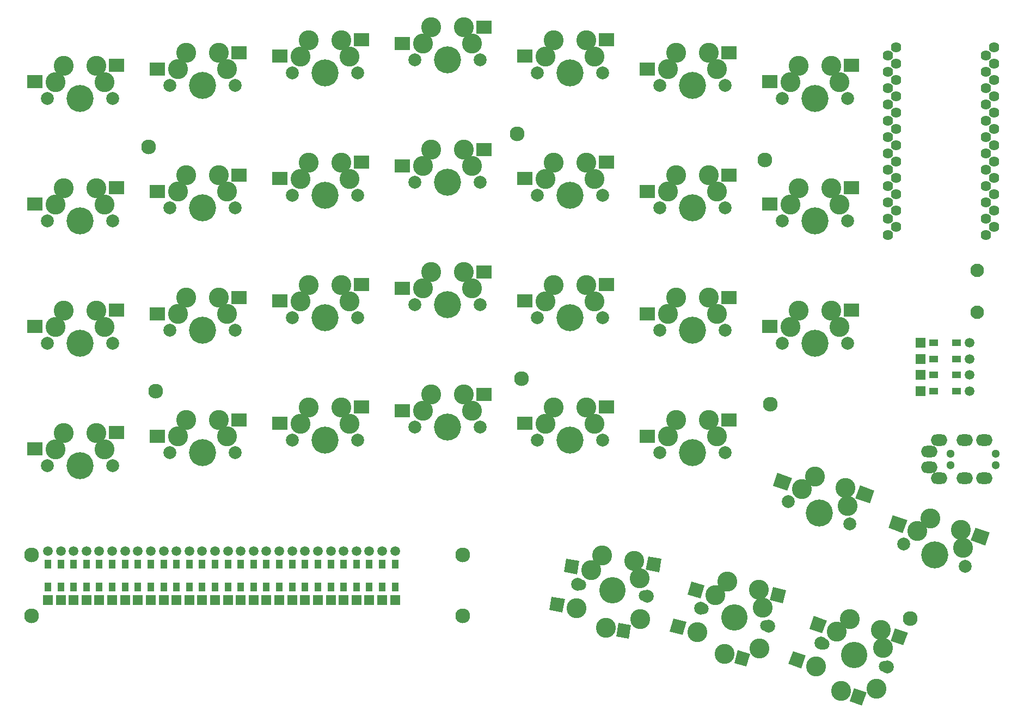
<source format=gbs>
%TF.GenerationSoftware,KiCad,Pcbnew,(5.1.6-0-10_14)*%
%TF.CreationDate,2020-07-06T11:25:28+02:00*%
%TF.ProjectId,splitkb,73706c69-746b-4622-9e6b-696361645f70,rev?*%
%TF.SameCoordinates,Original*%
%TF.FileFunction,Soldermask,Bot*%
%TF.FilePolarity,Negative*%
%FSLAX46Y46*%
G04 Gerber Fmt 4.6, Leading zero omitted, Abs format (unit mm)*
G04 Created by KiCad (PCBNEW (5.1.6-0-10_14)) date 2020-07-06 11:25:28*
%MOMM*%
%LPD*%
G01*
G04 APERTURE LIST*
%ADD10C,2.300000*%
%ADD11R,2.400000X2.100000*%
%ADD12C,2.000000*%
%ADD13C,4.200000*%
%ADD14C,3.100000*%
%ADD15C,0.100000*%
%ADD16C,4.100000*%
%ADD17C,1.800000*%
%ADD18C,1.497000*%
%ADD19R,1.497000X1.497000*%
%ADD20R,1.050000X1.400000*%
%ADD21R,1.400000X1.050000*%
%ADD22C,2.100000*%
%ADD23C,1.624000*%
%ADD24C,1.300000*%
%ADD25O,2.600000X1.800000*%
G04 APERTURE END LIST*
D10*
%TO.C,REF\u002A\u002A*%
X107500000Y-133500000D03*
%TD*%
%TO.C,REF\u002A\u002A*%
X177120000Y-133940000D03*
%TD*%
%TO.C,REF\u002A\u002A*%
X116680000Y-96540000D03*
%TD*%
%TO.C,REF\u002A\u002A*%
X115950000Y-58500000D03*
%TD*%
%TO.C,REF\u002A\u002A*%
X59730000Y-98540000D03*
%TD*%
%TO.C,REF\u002A\u002A*%
X58690000Y-60540000D03*
%TD*%
%TO.C,REF\u002A\u002A*%
X155340000Y-100570000D03*
%TD*%
%TO.C,REF\u002A\u002A*%
X154500000Y-62530000D03*
%TD*%
D11*
%TO.C,SW9*%
X91800000Y-43830000D03*
D12*
X81020000Y-48950000D03*
X91180000Y-48950000D03*
D13*
X86100000Y-48950000D03*
D14*
X88640000Y-43870000D03*
X89910000Y-46409999D03*
X83560000Y-43870000D03*
X82290000Y-46410000D03*
D11*
X79100000Y-46370000D03*
%TD*%
D10*
%TO.C,REF\u002A\u002A*%
X107500000Y-124000000D03*
%TD*%
%TO.C,REF\u002A\u002A*%
X40500000Y-133500000D03*
%TD*%
%TO.C,REF\u002A\u002A*%
X40500000Y-124000000D03*
%TD*%
D11*
%TO.C,SW30*%
X155300000Y-88470000D03*
D14*
X158490000Y-88510000D03*
X159760000Y-85970000D03*
X166110000Y-88509999D03*
X164840000Y-85970000D03*
D13*
X162300000Y-91050000D03*
D12*
X167380000Y-91050000D03*
X157220000Y-91050000D03*
D11*
X168000000Y-85930000D03*
%TD*%
%TO.C,SW2*%
X53700000Y-66880000D03*
D12*
X42920000Y-72000000D03*
X53080000Y-72000000D03*
D13*
X48000000Y-72000000D03*
D14*
X50540000Y-66920000D03*
X51810000Y-69459999D03*
X45460000Y-66920000D03*
X44190000Y-69460000D03*
D11*
X41000000Y-69420000D03*
%TD*%
D14*
%TO.C,SW17*%
X135003184Y-127660188D03*
X129190721Y-124056110D03*
X135091541Y-134012030D03*
D15*
G36*
X123406938Y-130885520D02*
G01*
X123042277Y-132953617D01*
X120974180Y-132588956D01*
X121338841Y-130520859D01*
X123406938Y-130885520D01*
G37*
G36*
X133710075Y-134936181D02*
G01*
X133345414Y-137004277D01*
X131375799Y-136656981D01*
X131740460Y-134588885D01*
X133710075Y-134936181D01*
G37*
D14*
X125243463Y-132275548D03*
X129785476Y-135310366D03*
D15*
G36*
X125672272Y-124948698D02*
G01*
X125307611Y-127016795D01*
X123239514Y-126652134D01*
X123604175Y-124584037D01*
X125672272Y-124948698D01*
G37*
D14*
X134193544Y-124938243D03*
D16*
X130810000Y-129500000D03*
D12*
X125393557Y-128544935D03*
X136226443Y-130455065D03*
D17*
X135812823Y-130382133D03*
X125807177Y-128617867D03*
D14*
X127498949Y-126336989D03*
D15*
G36*
X138423435Y-124617888D02*
G01*
X138058774Y-126685985D01*
X135990677Y-126321324D01*
X136355338Y-124253227D01*
X138423435Y-124617888D01*
G37*
%TD*%
D18*
%TO.C,D1*%
X43000000Y-123415000D03*
D19*
X43000000Y-131035000D03*
D20*
X43000000Y-129000000D03*
X43000000Y-125450000D03*
%TD*%
%TO.C,D2*%
X45000000Y-125450000D03*
X45000000Y-129000000D03*
D19*
X45000000Y-131035000D03*
D18*
X45000000Y-123415000D03*
%TD*%
%TO.C,D3*%
X47000000Y-123415000D03*
D19*
X47000000Y-131035000D03*
D20*
X47000000Y-129000000D03*
X47000000Y-125450000D03*
%TD*%
D18*
%TO.C,D4*%
X49000000Y-123415000D03*
D19*
X49000000Y-131035000D03*
D20*
X49000000Y-129000000D03*
X49000000Y-125450000D03*
%TD*%
%TO.C,D5*%
X51000000Y-125450000D03*
X51000000Y-129000000D03*
D19*
X51000000Y-131035000D03*
D18*
X51000000Y-123415000D03*
%TD*%
%TO.C,D6*%
X53000000Y-123415000D03*
D19*
X53000000Y-131035000D03*
D20*
X53000000Y-129000000D03*
X53000000Y-125450000D03*
%TD*%
D18*
%TO.C,D7*%
X55000000Y-123415000D03*
D19*
X55000000Y-131035000D03*
D20*
X55000000Y-129000000D03*
X55000000Y-125450000D03*
%TD*%
%TO.C,D8*%
X57000000Y-125450000D03*
X57000000Y-129000000D03*
D19*
X57000000Y-131035000D03*
D18*
X57000000Y-123415000D03*
%TD*%
D20*
%TO.C,D9*%
X59000000Y-125450000D03*
X59000000Y-129000000D03*
D19*
X59000000Y-131035000D03*
D18*
X59000000Y-123415000D03*
%TD*%
%TO.C,D10*%
X61000000Y-123415000D03*
D19*
X61000000Y-131035000D03*
D20*
X61000000Y-129000000D03*
X61000000Y-125450000D03*
%TD*%
%TO.C,D11*%
X63000000Y-125450000D03*
X63000000Y-129000000D03*
D19*
X63000000Y-131035000D03*
D18*
X63000000Y-123415000D03*
%TD*%
%TO.C,D12*%
X65000000Y-123415000D03*
D19*
X65000000Y-131035000D03*
D20*
X65000000Y-129000000D03*
X65000000Y-125450000D03*
%TD*%
%TO.C,D13*%
X67000000Y-125450000D03*
X67000000Y-129000000D03*
D19*
X67000000Y-131035000D03*
D18*
X67000000Y-123415000D03*
%TD*%
%TO.C,D14*%
X69000000Y-123415000D03*
D19*
X69000000Y-131035000D03*
D20*
X69000000Y-129000000D03*
X69000000Y-125450000D03*
%TD*%
D18*
%TO.C,D15*%
X71000000Y-123415000D03*
D19*
X71000000Y-131035000D03*
D20*
X71000000Y-129000000D03*
X71000000Y-125450000D03*
%TD*%
%TO.C,D16*%
X73000000Y-125450000D03*
X73000000Y-129000000D03*
D19*
X73000000Y-131035000D03*
D18*
X73000000Y-123415000D03*
%TD*%
D21*
%TO.C,D17*%
X184275000Y-98500000D03*
X180725000Y-98500000D03*
D19*
X178690000Y-98500000D03*
D18*
X186310000Y-98500000D03*
%TD*%
D20*
%TO.C,D18*%
X75000000Y-125450000D03*
X75000000Y-129000000D03*
D19*
X75000000Y-131035000D03*
D18*
X75000000Y-123415000D03*
%TD*%
%TO.C,D19*%
X77000000Y-123415000D03*
D19*
X77000000Y-131035000D03*
D20*
X77000000Y-129000000D03*
X77000000Y-125450000D03*
%TD*%
%TO.C,D20*%
X79000000Y-125450000D03*
X79000000Y-129000000D03*
D19*
X79000000Y-131035000D03*
D18*
X79000000Y-123415000D03*
%TD*%
%TO.C,D21*%
X81000000Y-123415000D03*
D19*
X81000000Y-131035000D03*
D20*
X81000000Y-129000000D03*
X81000000Y-125450000D03*
%TD*%
D21*
%TO.C,D22*%
X184275000Y-96000000D03*
X180725000Y-96000000D03*
D19*
X178690000Y-96000000D03*
D18*
X186310000Y-96000000D03*
%TD*%
%TO.C,D23*%
X83000000Y-123415000D03*
D19*
X83000000Y-131035000D03*
D20*
X83000000Y-129000000D03*
X83000000Y-125450000D03*
%TD*%
%TO.C,D24*%
X85000000Y-125450000D03*
X85000000Y-129000000D03*
D19*
X85000000Y-131035000D03*
D18*
X85000000Y-123415000D03*
%TD*%
%TO.C,D25*%
X87000000Y-123415000D03*
D19*
X87000000Y-131035000D03*
D20*
X87000000Y-129000000D03*
X87000000Y-125450000D03*
%TD*%
%TO.C,D26*%
X89000000Y-125450000D03*
X89000000Y-129000000D03*
D19*
X89000000Y-131035000D03*
D18*
X89000000Y-123415000D03*
%TD*%
%TO.C,D27*%
X186310000Y-93500000D03*
D19*
X178690000Y-93500000D03*
D21*
X180725000Y-93500000D03*
X184275000Y-93500000D03*
%TD*%
D18*
%TO.C,D28*%
X91000000Y-123415000D03*
D19*
X91000000Y-131035000D03*
D20*
X91000000Y-129000000D03*
X91000000Y-125450000D03*
%TD*%
%TO.C,D29*%
X93000000Y-125450000D03*
X93000000Y-129000000D03*
D19*
X93000000Y-131035000D03*
D18*
X93000000Y-123415000D03*
%TD*%
D20*
%TO.C,D30*%
X95000000Y-125450000D03*
X95000000Y-129000000D03*
D19*
X95000000Y-131035000D03*
D18*
X95000000Y-123415000D03*
%TD*%
%TO.C,D31*%
X97000000Y-123415000D03*
D19*
X97000000Y-131035000D03*
D20*
X97000000Y-129000000D03*
X97000000Y-125450000D03*
%TD*%
D21*
%TO.C,D32*%
X184275000Y-91000000D03*
X180725000Y-91000000D03*
D19*
X178690000Y-91000000D03*
D18*
X186310000Y-91000000D03*
%TD*%
D22*
%TO.C,K1*%
X187500000Y-79750000D03*
X187500000Y-86250000D03*
%TD*%
D15*
%TO.C,SW22*%
G36*
X157809967Y-129500021D02*
G01*
X157266447Y-131528465D01*
X155238003Y-130984945D01*
X155781523Y-128956501D01*
X157809967Y-129500021D01*
G37*
D14*
X146777223Y-130260448D03*
D17*
X144893097Y-132385199D03*
X154706903Y-135014801D03*
D12*
X155112592Y-135123505D03*
X144487408Y-132276495D03*
D16*
X149800000Y-133700000D03*
D14*
X153568252Y-129450497D03*
D15*
G36*
X145078494Y-128718235D02*
G01*
X144534974Y-130746679D01*
X142506530Y-130203159D01*
X143050050Y-128174715D01*
X145078494Y-128718235D01*
G37*
D14*
X148272968Y-139398962D03*
X144012740Y-135979830D03*
D15*
G36*
X152215246Y-139368253D02*
G01*
X151671726Y-141396697D01*
X149739874Y-140879059D01*
X150283394Y-138850615D01*
X152215246Y-139368253D01*
G37*
G36*
X142304352Y-134435029D02*
G01*
X141760832Y-136463473D01*
X139732388Y-135919953D01*
X140275908Y-133891509D01*
X142304352Y-134435029D01*
G37*
D14*
X153671999Y-138568021D03*
X148661349Y-128135696D03*
X154137578Y-132232649D03*
%TD*%
%TO.C,SW27*%
X172848960Y-138516277D03*
X167750643Y-133957630D03*
X171832989Y-144786963D03*
D15*
G36*
X160868813Y-139678944D02*
G01*
X160150571Y-141652298D01*
X158177217Y-140934056D01*
X158895459Y-138960702D01*
X160868813Y-139678944D01*
G37*
G36*
X170312034Y-145457186D02*
G01*
X169593791Y-147430540D01*
X167714406Y-146746500D01*
X168432649Y-144773146D01*
X170312034Y-145457186D01*
G37*
D14*
X162436062Y-141366762D03*
X166382081Y-145144186D03*
D15*
G36*
X164130650Y-134225686D02*
G01*
X163412408Y-136199040D01*
X161439054Y-135480798D01*
X162157296Y-133507444D01*
X164130650Y-134225686D01*
G37*
D14*
X172524282Y-135695093D03*
D16*
X168400000Y-139600000D03*
D12*
X163231691Y-137718889D03*
X173568309Y-141481111D03*
D17*
X173173639Y-141337462D03*
X163626361Y-137862538D03*
D14*
X165688502Y-135910084D03*
D15*
G36*
X176745539Y-136114118D02*
G01*
X176027297Y-138087472D01*
X174053943Y-137369230D01*
X174772185Y-135395876D01*
X176745539Y-136114118D01*
G37*
%TD*%
D23*
%TO.C,U1*%
X174936400Y-45022000D03*
X174936400Y-47562000D03*
X174936400Y-50102000D03*
X174936400Y-52642000D03*
X174936400Y-55182000D03*
X174936400Y-57722000D03*
X174936400Y-60262000D03*
X174936400Y-62802000D03*
X174936400Y-65342000D03*
X174936400Y-67882000D03*
X174936400Y-70422000D03*
X174936400Y-72962000D03*
X190156400Y-72962000D03*
X190156400Y-70422000D03*
X190156400Y-67882000D03*
X190156400Y-65342000D03*
X190156400Y-62802000D03*
X190156400Y-60262000D03*
X190156400Y-57722000D03*
X190156400Y-55182000D03*
X190156400Y-52642000D03*
X190156400Y-50102000D03*
X190156400Y-47562000D03*
X190156400Y-45022000D03*
X173610000Y-46292000D03*
X173610000Y-48832000D03*
X173610000Y-51372000D03*
X173610000Y-53912000D03*
X173610000Y-56452000D03*
X173610000Y-58992000D03*
X173610000Y-61532000D03*
X173610000Y-64072000D03*
X173610000Y-66612000D03*
X173610000Y-69152000D03*
X173610000Y-71692000D03*
X173610000Y-74232000D03*
X188850000Y-74232000D03*
X188850000Y-71692000D03*
X188850000Y-69152000D03*
X188850000Y-66612000D03*
X188850000Y-64072000D03*
X188850000Y-61532000D03*
X188850000Y-58992000D03*
X188850000Y-56452000D03*
X188850000Y-53912000D03*
X188850000Y-51372000D03*
X188850000Y-48832000D03*
X188850000Y-46292000D03*
%TD*%
D24*
%TO.C,J1*%
X183400000Y-108250000D03*
X190400000Y-108250000D03*
D25*
X181600000Y-106150000D03*
X180100000Y-110350000D03*
X188600000Y-106150000D03*
X185600000Y-106150000D03*
D24*
X190400000Y-110000000D03*
X183400000Y-110000000D03*
D25*
X188600000Y-112100000D03*
X185600000Y-112100000D03*
X181600000Y-112100000D03*
X180100000Y-107900000D03*
%TD*%
D11*
%TO.C,SW1*%
X53700000Y-47830000D03*
D12*
X42920000Y-52950000D03*
X53080000Y-52950000D03*
D13*
X48000000Y-52950000D03*
D14*
X50540000Y-47870000D03*
X51810000Y-50409999D03*
X45460000Y-47870000D03*
X44190000Y-50410000D03*
D11*
X41000000Y-50370000D03*
%TD*%
%TO.C,SW3*%
X53700000Y-85930000D03*
D12*
X42920000Y-91050000D03*
X53080000Y-91050000D03*
D13*
X48000000Y-91050000D03*
D14*
X50540000Y-85970000D03*
X51810000Y-88509999D03*
X45460000Y-85970000D03*
X44190000Y-88510000D03*
D11*
X41000000Y-88470000D03*
%TD*%
%TO.C,SW4*%
X41000000Y-107520000D03*
D14*
X44190000Y-107560000D03*
X45460000Y-105020000D03*
X51810000Y-107559999D03*
X50540000Y-105020000D03*
D13*
X48000000Y-110100000D03*
D12*
X53080000Y-110100000D03*
X42920000Y-110100000D03*
D11*
X53700000Y-104980000D03*
%TD*%
%TO.C,SW5*%
X60050000Y-48370000D03*
D14*
X63240000Y-48410000D03*
X64510000Y-45870000D03*
X70860000Y-48409999D03*
X69590000Y-45870000D03*
D13*
X67050000Y-50950000D03*
D12*
X72130000Y-50950000D03*
X61970000Y-50950000D03*
D11*
X72750000Y-45830000D03*
%TD*%
%TO.C,SW6*%
X60050000Y-67420000D03*
D14*
X63240000Y-67460000D03*
X64510000Y-64920000D03*
X70860000Y-67459999D03*
X69590000Y-64920000D03*
D13*
X67050000Y-70000000D03*
D12*
X72130000Y-70000000D03*
X61970000Y-70000000D03*
D11*
X72750000Y-64880000D03*
%TD*%
%TO.C,SW7*%
X72750000Y-83930000D03*
D12*
X61970000Y-89050000D03*
X72130000Y-89050000D03*
D13*
X67050000Y-89050000D03*
D14*
X69590000Y-83970000D03*
X70860000Y-86509999D03*
X64510000Y-83970000D03*
X63240000Y-86510000D03*
D11*
X60050000Y-86470000D03*
%TD*%
%TO.C,SW8*%
X72750000Y-102980000D03*
D12*
X61970000Y-108100000D03*
X72130000Y-108100000D03*
D13*
X67050000Y-108100000D03*
D14*
X69590000Y-103020000D03*
X70860000Y-105559999D03*
X64510000Y-103020000D03*
X63240000Y-105560000D03*
D11*
X60050000Y-105520000D03*
%TD*%
%TO.C,SW10*%
X91800000Y-62880000D03*
D12*
X81020000Y-68000000D03*
X91180000Y-68000000D03*
D13*
X86100000Y-68000000D03*
D14*
X88640000Y-62920000D03*
X89910000Y-65459999D03*
X83560000Y-62920000D03*
X82290000Y-65460000D03*
D11*
X79100000Y-65420000D03*
%TD*%
%TO.C,SW11*%
X79100000Y-84470000D03*
D14*
X82290000Y-84510000D03*
X83560000Y-81970000D03*
X89910000Y-84509999D03*
X88640000Y-81970000D03*
D13*
X86100000Y-87050000D03*
D12*
X91180000Y-87050000D03*
X81020000Y-87050000D03*
D11*
X91800000Y-81930000D03*
%TD*%
%TO.C,SW12*%
X79100000Y-103520000D03*
D14*
X82290000Y-103560000D03*
X83560000Y-101020000D03*
X89910000Y-103559999D03*
X88640000Y-101020000D03*
D13*
X86100000Y-106100000D03*
D12*
X91180000Y-106100000D03*
X81020000Y-106100000D03*
D11*
X91800000Y-100980000D03*
%TD*%
%TO.C,SW13*%
X98150000Y-44370000D03*
D14*
X101340000Y-44410000D03*
X102610000Y-41870000D03*
X108960000Y-44409999D03*
X107690000Y-41870000D03*
D13*
X105150000Y-46950000D03*
D12*
X110230000Y-46950000D03*
X100070000Y-46950000D03*
D11*
X110850000Y-41830000D03*
%TD*%
%TO.C,SW14*%
X98150000Y-63420000D03*
D14*
X101340000Y-63460000D03*
X102610000Y-60920000D03*
X108960000Y-63459999D03*
X107690000Y-60920000D03*
D13*
X105150000Y-66000000D03*
D12*
X110230000Y-66000000D03*
X100070000Y-66000000D03*
D11*
X110850000Y-60880000D03*
%TD*%
%TO.C,SW15*%
X98150000Y-82470000D03*
D14*
X101340000Y-82510000D03*
X102610000Y-79970000D03*
X108960000Y-82509999D03*
X107690000Y-79970000D03*
D13*
X105150000Y-85050000D03*
D12*
X110230000Y-85050000D03*
X100070000Y-85050000D03*
D11*
X110850000Y-79930000D03*
%TD*%
%TO.C,SW16*%
X98150000Y-101520000D03*
D14*
X101340000Y-101560000D03*
X102610000Y-99020000D03*
X108960000Y-101559999D03*
X107690000Y-99020000D03*
D13*
X105150000Y-104100000D03*
D12*
X110230000Y-104100000D03*
X100070000Y-104100000D03*
D11*
X110850000Y-98980000D03*
%TD*%
%TO.C,SW18*%
X129900000Y-43830000D03*
D12*
X119120000Y-48950000D03*
X129280000Y-48950000D03*
D13*
X124200000Y-48950000D03*
D14*
X126740000Y-43870000D03*
X128010000Y-46409999D03*
X121660000Y-43870000D03*
X120390000Y-46410000D03*
D11*
X117200000Y-46370000D03*
%TD*%
%TO.C,SW19*%
X117200000Y-65420000D03*
D14*
X120390000Y-65460000D03*
X121660000Y-62920000D03*
X128010000Y-65459999D03*
X126740000Y-62920000D03*
D13*
X124200000Y-68000000D03*
D12*
X129280000Y-68000000D03*
X119120000Y-68000000D03*
D11*
X129900000Y-62880000D03*
%TD*%
%TO.C,SW20*%
X129900000Y-81930000D03*
D12*
X119120000Y-87050000D03*
X129280000Y-87050000D03*
D13*
X124200000Y-87050000D03*
D14*
X126740000Y-81970000D03*
X128010000Y-84509999D03*
X121660000Y-81970000D03*
X120390000Y-84510000D03*
D11*
X117200000Y-84470000D03*
%TD*%
%TO.C,SW21*%
X117200000Y-103520000D03*
D14*
X120390000Y-103560000D03*
X121660000Y-101020000D03*
X128010000Y-103559999D03*
X126740000Y-101020000D03*
D13*
X124200000Y-106100000D03*
D12*
X129280000Y-106100000D03*
X119120000Y-106100000D03*
D11*
X129900000Y-100980000D03*
%TD*%
%TO.C,SW23*%
X148950000Y-45830000D03*
D12*
X138170000Y-50950000D03*
X148330000Y-50950000D03*
D13*
X143250000Y-50950000D03*
D14*
X145790000Y-45870000D03*
X147060000Y-48409999D03*
X140710000Y-45870000D03*
X139440000Y-48410000D03*
D11*
X136250000Y-48370000D03*
%TD*%
%TO.C,SW24*%
X148950000Y-64880000D03*
D12*
X138170000Y-70000000D03*
X148330000Y-70000000D03*
D13*
X143250000Y-70000000D03*
D14*
X145790000Y-64920000D03*
X147060000Y-67459999D03*
X140710000Y-64920000D03*
X139440000Y-67460000D03*
D11*
X136250000Y-67420000D03*
%TD*%
%TO.C,SW25*%
X148950000Y-83930000D03*
D12*
X138170000Y-89050000D03*
X148330000Y-89050000D03*
D13*
X143250000Y-89050000D03*
D14*
X145790000Y-83970000D03*
X147060000Y-86509999D03*
X140710000Y-83970000D03*
X139440000Y-86510000D03*
D11*
X136250000Y-86470000D03*
%TD*%
%TO.C,SW26*%
X148950000Y-102980000D03*
D12*
X138170000Y-108100000D03*
X148330000Y-108100000D03*
D13*
X143250000Y-108100000D03*
D14*
X145790000Y-103020000D03*
X147060000Y-105559999D03*
X140710000Y-103020000D03*
X139440000Y-105560000D03*
D11*
X136250000Y-105520000D03*
%TD*%
%TO.C,SW28*%
X168000000Y-47830000D03*
D12*
X157220000Y-52950000D03*
X167380000Y-52950000D03*
D13*
X162300000Y-52950000D03*
D14*
X164840000Y-47870000D03*
X166110000Y-50409999D03*
X159760000Y-47870000D03*
X158490000Y-50410000D03*
D11*
X155300000Y-50370000D03*
%TD*%
%TO.C,SW29*%
X155300000Y-69420000D03*
D14*
X158490000Y-69460000D03*
X159760000Y-66920000D03*
X166110000Y-69459999D03*
X164840000Y-66920000D03*
D13*
X162300000Y-72000000D03*
D12*
X167380000Y-72000000D03*
X157220000Y-72000000D03*
D11*
X168000000Y-66880000D03*
%TD*%
D15*
%TO.C,SW31*%
G36*
X158741316Y-112055199D02*
G01*
X158023074Y-114028553D01*
X155767812Y-113207705D01*
X156486054Y-111234351D01*
X158741316Y-112055199D01*
G37*
D14*
X160238502Y-113760084D03*
X162300643Y-111807630D03*
X167398960Y-116366277D03*
X167074282Y-113545093D03*
D13*
X162950000Y-117450000D03*
D12*
X167723639Y-119187462D03*
X158176361Y-115712538D03*
D15*
G36*
X171544143Y-114012036D02*
G01*
X170825901Y-115985390D01*
X168570639Y-115164542D01*
X169288881Y-113191188D01*
X171544143Y-114012036D01*
G37*
%TD*%
%TO.C,SW32*%
G36*
X176691316Y-118605199D02*
G01*
X175973074Y-120578553D01*
X173717812Y-119757705D01*
X174436054Y-117784351D01*
X176691316Y-118605199D01*
G37*
D14*
X178188502Y-120310084D03*
X180250643Y-118357630D03*
X185348960Y-122916277D03*
X185024282Y-120095093D03*
D13*
X180900000Y-124000000D03*
D12*
X185673639Y-125737462D03*
X176126361Y-122262538D03*
D15*
G36*
X189494143Y-120562036D02*
G01*
X188775901Y-122535390D01*
X186520639Y-121714542D01*
X187238881Y-119741188D01*
X189494143Y-120562036D01*
G37*
%TD*%
M02*

</source>
